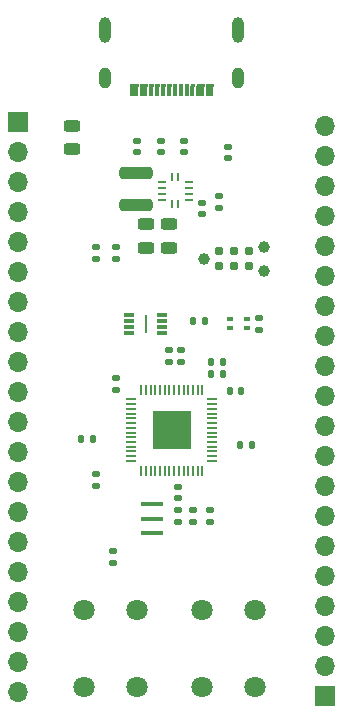
<source format=gts>
G04 #@! TF.GenerationSoftware,KiCad,Pcbnew,8.0.8+1*
G04 #@! TF.CreationDate,2025-02-19T14:50:03+01:00*
G04 #@! TF.ProjectId,rp2040,72703230-3430-42e6-9b69-6361645f7063,rev?*
G04 #@! TF.SameCoordinates,Original*
G04 #@! TF.FileFunction,Soldermask,Top*
G04 #@! TF.FilePolarity,Negative*
%FSLAX46Y46*%
G04 Gerber Fmt 4.6, Leading zero omitted, Abs format (unit mm)*
G04 Created by KiCad (PCBNEW 8.0.8+1) date 2025-02-19 14:50:03*
%MOMM*%
%LPD*%
G01*
G04 APERTURE LIST*
G04 Aperture macros list*
%AMRoundRect*
0 Rectangle with rounded corners*
0 $1 Rounding radius*
0 $2 $3 $4 $5 $6 $7 $8 $9 X,Y pos of 4 corners*
0 Add a 4 corners polygon primitive as box body*
4,1,4,$2,$3,$4,$5,$6,$7,$8,$9,$2,$3,0*
0 Add four circle primitives for the rounded corners*
1,1,$1+$1,$2,$3*
1,1,$1+$1,$4,$5*
1,1,$1+$1,$6,$7*
1,1,$1+$1,$8,$9*
0 Add four rect primitives between the rounded corners*
20,1,$1+$1,$2,$3,$4,$5,0*
20,1,$1+$1,$4,$5,$6,$7,0*
20,1,$1+$1,$6,$7,$8,$9,0*
20,1,$1+$1,$8,$9,$2,$3,0*%
G04 Aperture macros list end*
%ADD10C,0.010000*%
%ADD11RoundRect,0.125000X0.175000X-0.125000X0.175000X0.125000X-0.175000X0.125000X-0.175000X-0.125000X0*%
%ADD12RoundRect,0.125000X-0.175000X0.125000X-0.175000X-0.125000X0.175000X-0.125000X0.175000X0.125000X0*%
%ADD13C,1.000000*%
%ADD14C,0.787400*%
%ADD15C,1.800000*%
%ADD16RoundRect,0.125000X-0.125000X-0.175000X0.125000X-0.175000X0.125000X0.175000X-0.125000X0.175000X0*%
%ADD17R,1.900000X0.400000*%
%ADD18R,0.500000X0.300000*%
%ADD19RoundRect,0.125000X0.125000X0.175000X-0.125000X0.175000X-0.125000X-0.175000X0.125000X-0.175000X0*%
%ADD20R,0.300000X0.950000*%
%ADD21O,1.000000X1.800000*%
%ADD22O,1.000000X2.200000*%
%ADD23RoundRect,0.062500X-0.237500X-0.062500X0.237500X-0.062500X0.237500X0.062500X-0.237500X0.062500X0*%
%ADD24RoundRect,0.062500X-0.062500X-0.237500X0.062500X-0.237500X0.062500X0.237500X-0.062500X0.237500X0*%
%ADD25RoundRect,0.250000X-0.450000X0.250000X-0.450000X-0.250000X0.450000X-0.250000X0.450000X0.250000X0*%
%ADD26R,0.900000X0.300000*%
%ADD27R,0.250000X1.650000*%
%ADD28RoundRect,0.050000X-0.387500X-0.050000X0.387500X-0.050000X0.387500X0.050000X-0.387500X0.050000X0*%
%ADD29RoundRect,0.050000X-0.050000X-0.387500X0.050000X-0.387500X0.050000X0.387500X-0.050000X0.387500X0*%
%ADD30R,3.200000X3.200000*%
%ADD31RoundRect,0.250000X-1.150000X0.250000X-1.150000X-0.250000X1.150000X-0.250000X1.150000X0.250000X0*%
%ADD32R,1.700000X1.700000*%
%ADD33O,1.700000X1.700000*%
G04 APERTURE END LIST*
D10*
X139300000Y-78365000D02*
X138700000Y-78365000D01*
X138700000Y-78215000D01*
X139300000Y-78215000D01*
X139300000Y-78365000D01*
G36*
X139300000Y-78365000D02*
G01*
X138700000Y-78365000D01*
X138700000Y-78215000D01*
X139300000Y-78215000D01*
X139300000Y-78365000D01*
G37*
X140100000Y-78365000D02*
X139500000Y-78365000D01*
X139500000Y-78215000D01*
X140100000Y-78215000D01*
X140100000Y-78365000D01*
G36*
X140100000Y-78365000D02*
G01*
X139500000Y-78365000D01*
X139500000Y-78215000D01*
X140100000Y-78215000D01*
X140100000Y-78365000D01*
G37*
X140600000Y-78365000D02*
X140300000Y-78365000D01*
X140300000Y-78215000D01*
X140600000Y-78215000D01*
X140600000Y-78365000D01*
G36*
X140600000Y-78365000D02*
G01*
X140300000Y-78365000D01*
X140300000Y-78215000D01*
X140600000Y-78215000D01*
X140600000Y-78365000D01*
G37*
X141100000Y-78365000D02*
X140800000Y-78365000D01*
X140800000Y-78215000D01*
X141100000Y-78215000D01*
X141100000Y-78365000D01*
G36*
X141100000Y-78365000D02*
G01*
X140800000Y-78365000D01*
X140800000Y-78215000D01*
X141100000Y-78215000D01*
X141100000Y-78365000D01*
G37*
X141600000Y-78365000D02*
X141300000Y-78365000D01*
X141300000Y-78215000D01*
X141600000Y-78215000D01*
X141600000Y-78365000D01*
G36*
X141600000Y-78365000D02*
G01*
X141300000Y-78365000D01*
X141300000Y-78215000D01*
X141600000Y-78215000D01*
X141600000Y-78365000D01*
G37*
X142100000Y-78365000D02*
X141800000Y-78365000D01*
X141800000Y-78215000D01*
X142100000Y-78215000D01*
X142100000Y-78365000D01*
G36*
X142100000Y-78365000D02*
G01*
X141800000Y-78365000D01*
X141800000Y-78215000D01*
X142100000Y-78215000D01*
X142100000Y-78365000D01*
G37*
X142600000Y-78365000D02*
X142300000Y-78365000D01*
X142300000Y-78215000D01*
X142600000Y-78215000D01*
X142600000Y-78365000D01*
G36*
X142600000Y-78365000D02*
G01*
X142300000Y-78365000D01*
X142300000Y-78215000D01*
X142600000Y-78215000D01*
X142600000Y-78365000D01*
G37*
X143100000Y-78365000D02*
X142800000Y-78365000D01*
X142800000Y-78215000D01*
X143100000Y-78215000D01*
X143100000Y-78365000D01*
G36*
X143100000Y-78365000D02*
G01*
X142800000Y-78365000D01*
X142800000Y-78215000D01*
X143100000Y-78215000D01*
X143100000Y-78365000D01*
G37*
X143600000Y-78365000D02*
X143300000Y-78365000D01*
X143300000Y-78215000D01*
X143600000Y-78215000D01*
X143600000Y-78365000D01*
G36*
X143600000Y-78365000D02*
G01*
X143300000Y-78365000D01*
X143300000Y-78215000D01*
X143600000Y-78215000D01*
X143600000Y-78365000D01*
G37*
X144100000Y-78365000D02*
X143800000Y-78365000D01*
X143800000Y-78215000D01*
X144100000Y-78215000D01*
X144100000Y-78365000D01*
G36*
X144100000Y-78365000D02*
G01*
X143800000Y-78365000D01*
X143800000Y-78215000D01*
X144100000Y-78215000D01*
X144100000Y-78365000D01*
G37*
X144900000Y-78365000D02*
X144300000Y-78365000D01*
X144300000Y-78215000D01*
X144900000Y-78215000D01*
X144900000Y-78365000D01*
G36*
X144900000Y-78365000D02*
G01*
X144300000Y-78365000D01*
X144300000Y-78215000D01*
X144900000Y-78215000D01*
X144900000Y-78365000D01*
G37*
X145700000Y-78340000D02*
X145100000Y-78340000D01*
X145100000Y-78215000D01*
X145700000Y-78215000D01*
X145700000Y-78340000D01*
G36*
X145700000Y-78340000D02*
G01*
X145100000Y-78340000D01*
X145100000Y-78215000D01*
X145700000Y-78215000D01*
X145700000Y-78340000D01*
G37*
D11*
X149600000Y-99000000D03*
X149600000Y-98000000D03*
D12*
X137500000Y-92000000D03*
X137500000Y-93000000D03*
D11*
X143000000Y-101750000D03*
X143000000Y-100750000D03*
D13*
X144960000Y-93000000D03*
X150040000Y-91984000D03*
X150040000Y-94016000D03*
D14*
X146230000Y-93635000D03*
X146230000Y-92365000D03*
X147500000Y-93635000D03*
X147500000Y-92365000D03*
X148770000Y-93635000D03*
X148770000Y-92365000D03*
D15*
X144750000Y-129250000D03*
X144750000Y-122750000D03*
X149250000Y-129250000D03*
X149250000Y-122750000D03*
D16*
X147100000Y-104200000D03*
X148100000Y-104200000D03*
D12*
X143250000Y-83000000D03*
X143250000Y-84000000D03*
X137250000Y-117750000D03*
X137250000Y-118750000D03*
D17*
X140500000Y-113800000D03*
X140500000Y-115000000D03*
X140500000Y-116200000D03*
D11*
X142000000Y-101750000D03*
X142000000Y-100750000D03*
D12*
X145400000Y-114250000D03*
X145400000Y-115250000D03*
D16*
X145500000Y-102750000D03*
X146500000Y-102750000D03*
D18*
X147150000Y-98100000D03*
X147150000Y-98900000D03*
X148550000Y-98900000D03*
X148550000Y-98100000D03*
D11*
X135750000Y-93000000D03*
X135750000Y-92000000D03*
X146200000Y-88700000D03*
X146200000Y-87700000D03*
D12*
X139250000Y-83000000D03*
X139250000Y-84000000D03*
D16*
X144000000Y-98250000D03*
X145000000Y-98250000D03*
D19*
X135500000Y-108250000D03*
X134500000Y-108250000D03*
D20*
X145550000Y-78815000D03*
X144750000Y-78840000D03*
X143450000Y-78840000D03*
X142450000Y-78840000D03*
X141950000Y-78840000D03*
X140950000Y-78840000D03*
X139650000Y-78840000D03*
X138850000Y-78840000D03*
X139150000Y-78840000D03*
X139950000Y-78840000D03*
X140450000Y-78840000D03*
X141450000Y-78840000D03*
X142950000Y-78840000D03*
X143950000Y-78840000D03*
X144450000Y-78840000D03*
X145250000Y-78815000D03*
D21*
X147820000Y-77715000D03*
D22*
X147820000Y-73615000D03*
D21*
X136580000Y-77715000D03*
D22*
X136580000Y-73615000D03*
D12*
X142750000Y-114250000D03*
X142750000Y-115250000D03*
D23*
X141350000Y-86500000D03*
X141350000Y-87000000D03*
X141350000Y-87500000D03*
X141350000Y-88000000D03*
D24*
X142250000Y-88400000D03*
X142750000Y-88400000D03*
D23*
X143650000Y-88000000D03*
X143650000Y-87500000D03*
X143650000Y-87000000D03*
X143650000Y-86500000D03*
D24*
X142750000Y-86100000D03*
X142250000Y-86100000D03*
D25*
X142000000Y-90100000D03*
X142000000Y-92100000D03*
D16*
X145500000Y-101750000D03*
X146500000Y-101750000D03*
D25*
X133750000Y-81750000D03*
X133750000Y-83750000D03*
D12*
X141250000Y-83000000D03*
X141250000Y-84000000D03*
D11*
X135750000Y-112250000D03*
X135750000Y-111250000D03*
D15*
X134750000Y-129250000D03*
X134750000Y-122750000D03*
X139250000Y-129250000D03*
X139250000Y-122750000D03*
D12*
X142750000Y-112300000D03*
X142750000Y-113300000D03*
X144750000Y-88250000D03*
X144750000Y-89250000D03*
D16*
X148000000Y-108750000D03*
X149000000Y-108750000D03*
D12*
X147000000Y-83500000D03*
X147000000Y-84500000D03*
D26*
X138600000Y-97750000D03*
X138600000Y-98250000D03*
X138600000Y-98750000D03*
X138600000Y-99250000D03*
X141400000Y-99250000D03*
X141400000Y-98750000D03*
X141400000Y-98250000D03*
X141400000Y-97750000D03*
D27*
X140000000Y-98500000D03*
D12*
X144000000Y-114250000D03*
X144000000Y-115250000D03*
D28*
X138762500Y-104915000D03*
X138762500Y-105315000D03*
X138762500Y-105715000D03*
X138762500Y-106115000D03*
X138762500Y-106515000D03*
X138762500Y-106915000D03*
X138762500Y-107315000D03*
X138762500Y-107715000D03*
X138762500Y-108115000D03*
X138762500Y-108515000D03*
X138762500Y-108915000D03*
X138762500Y-109315000D03*
X138762500Y-109715000D03*
X138762500Y-110115000D03*
D29*
X139600000Y-110952500D03*
X140000000Y-110952500D03*
X140400000Y-110952500D03*
X140800000Y-110952500D03*
X141200000Y-110952500D03*
X141600000Y-110952500D03*
X142000000Y-110952500D03*
X142400000Y-110952500D03*
X142800000Y-110952500D03*
X143200000Y-110952500D03*
X143600000Y-110952500D03*
X144000000Y-110952500D03*
X144400000Y-110952500D03*
X144800000Y-110952500D03*
D28*
X145637500Y-110115000D03*
X145637500Y-109715000D03*
X145637500Y-109315000D03*
X145637500Y-108915000D03*
X145637500Y-108515000D03*
X145637500Y-108115000D03*
X145637500Y-107715000D03*
X145637500Y-107315000D03*
X145637500Y-106915000D03*
X145637500Y-106515000D03*
X145637500Y-106115000D03*
X145637500Y-105715000D03*
X145637500Y-105315000D03*
X145637500Y-104915000D03*
D29*
X144800000Y-104077500D03*
X144400000Y-104077500D03*
X144000000Y-104077500D03*
X143600000Y-104077500D03*
X143200000Y-104077500D03*
X142800000Y-104077500D03*
X142400000Y-104077500D03*
X142000000Y-104077500D03*
X141600000Y-104077500D03*
X141200000Y-104077500D03*
X140800000Y-104077500D03*
X140400000Y-104077500D03*
X140000000Y-104077500D03*
X139600000Y-104077500D03*
D30*
X142200000Y-107515000D03*
D31*
X139200000Y-85750000D03*
X139200000Y-88450000D03*
D25*
X140000000Y-90100000D03*
X140000000Y-92100000D03*
D11*
X137500000Y-104100000D03*
X137500000Y-103100000D03*
D32*
X129200000Y-81390000D03*
D33*
X129200000Y-83930000D03*
X129200000Y-86470000D03*
X129200000Y-89010000D03*
X129200000Y-91550000D03*
X129200000Y-94090000D03*
X129200000Y-96630000D03*
X129200000Y-99170000D03*
X129200000Y-101710000D03*
X129200000Y-104250000D03*
X129200000Y-106790000D03*
X129200000Y-109330000D03*
X129200000Y-111870000D03*
X129200000Y-114410000D03*
X129200000Y-116950000D03*
X129200000Y-119490000D03*
X129200000Y-122030000D03*
X129200000Y-124570000D03*
X129200000Y-127110000D03*
X129200000Y-129650000D03*
D32*
X155200000Y-130000000D03*
D33*
X155200000Y-127460000D03*
X155200000Y-124920000D03*
X155200000Y-122380000D03*
X155200000Y-119840000D03*
X155200000Y-117300000D03*
X155200000Y-114760000D03*
X155200000Y-112220000D03*
X155200000Y-109680000D03*
X155200000Y-107140000D03*
X155200000Y-104600000D03*
X155200000Y-102060000D03*
X155200000Y-99520000D03*
X155200000Y-96980000D03*
X155200000Y-94440000D03*
X155200000Y-91900000D03*
X155200000Y-89360000D03*
X155200000Y-86820000D03*
X155200000Y-84280000D03*
X155200000Y-81740000D03*
M02*

</source>
